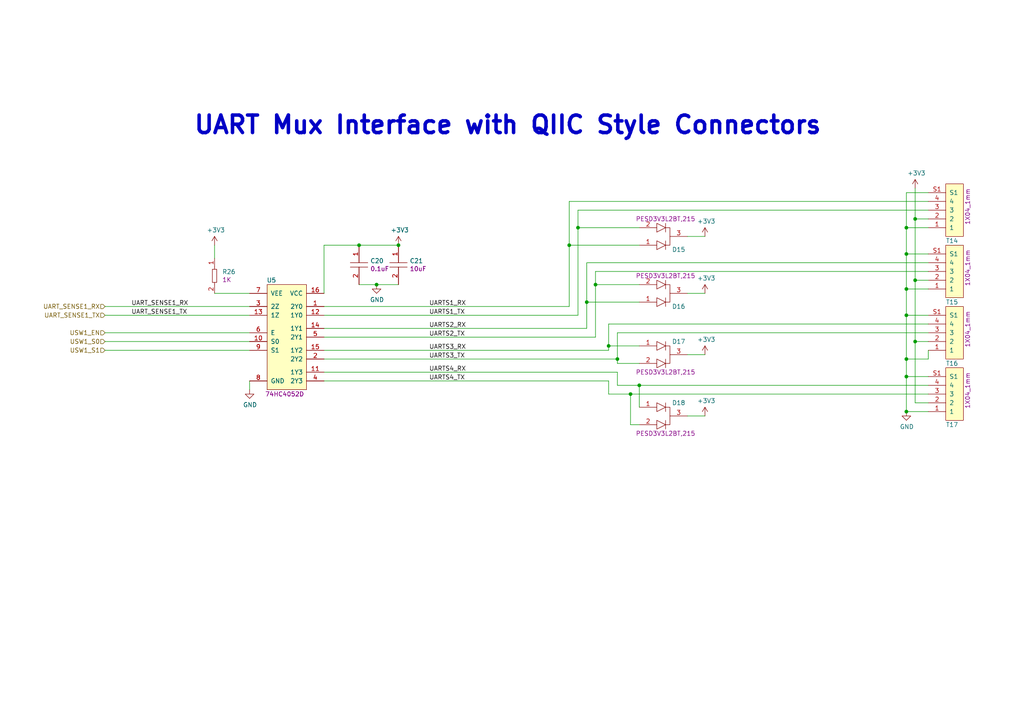
<source format=kicad_sch>
(kicad_sch (version 20231120) (generator "eeschema") (generator_version "8.0")
  (paper "A4")
  (lib_symbols
    (symbol "AVR-KiCAD-Lib-Capacitors:C0402C104K9PACTU" (pin_names (offset 1.016))
      (property "Reference" "C" (at -2.54 2.54 0))
      (property "_Value_" "0.1uF" (at 58.42 63.5 0))
      (symbol "C0402C104K9PACTU_1_1"
        (polyline (pts (xy 0 2.54) (xy 0 -2.54)))
        (polyline (pts (xy 1.27 2.54) (xy 1.27 -2.54)))
        (pin input line (at -5.08 0 0) (length 5.08) (name "~") (number "1"))
        (pin input line (at 6.35 0 180) (length 5.08) (name "~") (number "2"))
      )
    )
    (symbol "AVR-KiCAD-Lib-Capacitors:GRM188R61A106KE69J" (pin_names (offset 1.016))
      (property "Reference" "C" (at -2.54 2.54 0))
      (property "_Value_" "10uF" (at 58.42 63.5 0))
      (symbol "GRM188R61A106KE69J_1_1"
        (polyline (pts (xy 0 2.54) (xy 0 -2.54)))
        (polyline (pts (xy 1.27 2.54) (xy 1.27 -2.54)))
        (pin input line (at -5.08 0 0) (length 5.08) (name "~") (number "1"))
        (pin input line (at 6.35 0 180) (length 5.08) (name "~") (number "2"))
      )
    )
    (symbol "AVR-KiCAD-Lib-Connectors:BM04B-SRSS-TB(LF)(SN)" (pin_names (offset 1.016))
      (property "Reference" "J" (at 0 1.27 0))
      (property "_Value_" "1X04_1mm" (at 6.35 -10.16 90))
      (symbol "BM04B-SRSS-TB(LF)(SN)_0_1"
        (rectangle (start 0 0) (end 5.08 -15.24) (fill (type background)))
      )
      (symbol "BM04B-SRSS-TB(LF)(SN)_1_1"
        (pin passive line (at -5.08 -2.54 0) (length 5.08) (name "1") (number "1"))
        (pin passive line (at -5.08 -5.08 0) (length 5.08) (name "2") (number "2"))
        (pin passive line (at -5.08 -7.62 0) (length 5.08) (name "3") (number "3"))
        (pin passive line (at -5.08 -10.16 0) (length 5.08) (name "4") (number "4"))
        (pin passive line (at -5.08 -12.7 0) (length 5.08) (name "S1") (number "S1"))
      )
    )
    (symbol "AVR-KiCAD-Lib-Diodes:PESD3V3L2BT,215" (pin_names (offset 1.016))
      (property "Reference" "D" (at -2.54 1.27 0))
      (property "_Value_" "PESD3V3L2BT,215" (at 58.42 63.5 0))
      (symbol "PESD3V3L2BT,215_0_1"
        (polyline (pts (xy 1.27 1.27) (xy 1.27 3.81)))
        (polyline (pts (xy -1.27 3.81) (xy -1.27 1.27) (xy 1.27 2.54) (xy -1.27 3.81)))
        (polyline (pts (xy 1.27 2.54) (xy 2.54 2.54) (xy 2.54 -2.54) (xy 1.27 -2.54)))
      )
      (symbol "PESD3V3L2BT,215_1_1"
        (polyline (pts (xy 1.27 -3.81) (xy 1.27 -1.27)))
        (polyline (pts (xy -1.27 -1.27) (xy -1.27 -3.81) (xy 1.27 -2.54) (xy -1.27 -1.27)))
        (pin passive line (at -6.35 2.54 0) (length 5.08) (name "~") (number "1"))
        (pin passive line (at -6.35 -2.54 0) (length 5.08) (name "~") (number "2"))
        (pin passive line (at 7.62 0 180) (length 5.08) (name "~") (number "3"))
      )
    )
    (symbol "AVR-KiCAD-Lib-ICs:74HC4052D" (pin_names (offset 1.016))
      (property "Reference" "U" (at 0 1.27 0))
      (property "_Value_" "74HC4052D" (at 58.42 63.5 0))
      (symbol "74HC4052D_0_1"
        (rectangle (start 0 0) (end 11.43 -30.48) (fill (type background)))
      )
      (symbol "74HC4052D_1_1"
        (pin bidirectional line (at 16.51 -6.35 180) (length 5.08) (name "2Y0") (number "1"))
        (pin passive line (at -5.08 -16.51 0) (length 5.08) (name "S0") (number "10"))
        (pin passive line (at 16.51 -25.4 180) (length 5.08) (name "1Y3") (number "11"))
        (pin bidirectional line (at 16.51 -8.89 180) (length 5.08) (name "1Y0") (number "12"))
        (pin bidirectional line (at -5.08 -8.89 0) (length 5.08) (name "1Z") (number "13"))
        (pin bidirectional line (at 16.51 -12.7 180) (length 5.08) (name "1Y1") (number "14"))
        (pin bidirectional line (at 16.51 -19.05 180) (length 5.08) (name "1Y2") (number "15"))
        (pin passive line (at 16.51 -2.54 180) (length 5.08) (name "VCC") (number "16"))
        (pin passive line (at 16.51 -21.59 180) (length 5.08) (name "2Y2") (number "2"))
        (pin bidirectional line (at -5.08 -6.35 0) (length 5.08) (name "2Z") (number "3"))
        (pin passive line (at 16.51 -27.94 180) (length 5.08) (name "2Y3") (number "4"))
        (pin bidirectional line (at 16.51 -15.24 180) (length 5.08) (name "2Y1") (number "5"))
        (pin passive line (at -5.08 -13.97 0) (length 5.08) (name "E") (number "6"))
        (pin passive line (at -5.08 -2.54 0) (length 5.08) (name "VEE") (number "7"))
        (pin passive line (at -5.08 -27.94 0) (length 5.08) (name "GND") (number "8"))
        (pin passive line (at -5.08 -19.05 0) (length 5.08) (name "S1") (number "9"))
      )
    )
    (symbol "AVR-KiCAD-Lib-Resistors:RC0402FR-071KL" (pin_names (offset 1.016))
      (property "Reference" "R" (at -2.54 2.54 0))
      (property "Value" "RC0402FR-071KL" (at 1.27 5.08 0))
      (property "_Value_" "1K" (at 58.42 63.5 0))
      (symbol "RC0402FR-071KL_0_1"
        (rectangle (start -1.905 0.635) (end 1.905 -0.635))
        (polyline (pts (xy -2.54 0) (xy -1.905 0)))
        (polyline (pts (xy -1.905 0) (xy -1.905 0)))
        (polyline (pts (xy 1.905 0) (xy 1.905 0)))
        (polyline (pts (xy 2.54 0) (xy 1.905 0)))
      )
      (symbol "RC0402FR-071KL_1_1"
        (pin passive line (at -5.08 0 0) (length 2.5146) (name "~") (number "1"))
        (pin passive line (at 5.08 0 180) (length 2.5146) (name "~") (number "2"))
      )
    )
    (symbol "agricoltura-SunLeaf-S1G-rescue:+3V3-power" (power) (pin_names (offset 0))
      (property "Value" "power_+3V3" (at 0 3.556 0))
      (symbol "+3V3-power_0_1"
        (polyline (pts (xy -0.762 1.27) (xy 0 2.54)))
        (polyline (pts (xy 0 0) (xy 0 2.54)))
        (polyline (pts (xy 0 2.54) (xy 0.762 1.27)))
      )
      (symbol "+3V3-power_1_1"
        (pin power_in line (at 0 0 90) (length 0) hide (name "+3V3") (number "1"))
      )
    )
    (symbol "agricoltura-SunLeaf-S1G-rescue:GND-power" (power) (pin_names (offset 0))
      (property "Value" "power_GND" (at 0 -3.81 0))
      (symbol "GND-power_0_1"
        (polyline (pts (xy 0 0) (xy 0 -1.27) (xy 1.27 -1.27) (xy 0 -2.54) (xy -1.27 -1.27) (xy 0 -1.27)))
      )
      (symbol "GND-power_1_1"
        (pin power_in line (at 0 0 270) (length 0) hide (name "GND") (number "1"))
      )
    )
  )
  (junction (at 262.89 83.82))
  (junction (at 176.53 100.33))
  (junction (at 265.43 99.06))
  (junction (at 167.64 66.04))
  (junction (at 115.57 71.12))
  (junction (at 262.89 119.38))
  (junction (at 179.07 104.14))
  (junction (at 262.89 104.14))
  (junction (at 172.72 82.55))
  (junction (at 262.89 73.66))
  (junction (at 262.89 66.04))
  (junction (at 262.89 109.22))
  (junction (at 185.42 111.76))
  (junction (at 104.14 71.12))
  (junction (at 109.22 82.55))
  (junction (at 265.43 81.28))
  (junction (at 262.89 91.44))
  (junction (at 265.43 63.5))
  (junction (at 165.1 71.12))
  (junction (at 182.88 114.3))
  (junction (at 170.18 87.63))
  (wire (pts (xy 72.39 101.6) (xy 30.48 101.6)))
  (wire (pts (xy 265.43 99.06) (xy 265.43 81.28)))
  (wire (pts (xy 269.24 81.28) (xy 265.43 81.28)))
  (wire (pts (xy 199.39 120.65) (xy 204.47 120.65)))
  (wire (pts (xy 269.24 73.66) (xy 262.89 73.66)))
  (wire (pts (xy 167.64 91.44) (xy 93.98 91.44)))
  (wire (pts (xy 269.24 116.84) (xy 265.43 116.84)))
  (wire (pts (xy 170.18 87.63) (xy 170.18 95.25)))
  (wire (pts (xy 72.39 91.44) (xy 30.48 91.44)))
  (wire (pts (xy 179.07 111.76) (xy 185.42 111.76)))
  (wire (pts (xy 262.89 119.38) (xy 269.24 119.38)))
  (wire (pts (xy 179.07 104.14) (xy 179.07 96.52)))
  (wire (pts (xy 262.89 66.04) (xy 262.89 73.66)))
  (wire (pts (xy 185.42 71.12) (xy 165.1 71.12)))
  (wire (pts (xy 93.98 101.6) (xy 176.53 101.6)))
  (wire (pts (xy 62.23 71.12) (xy 62.23 74.93)))
  (wire (pts (xy 115.57 71.12) (xy 104.14 71.12)))
  (wire (pts (xy 179.07 107.95) (xy 179.07 111.76)))
  (wire (pts (xy 269.24 93.98) (xy 176.53 93.98)))
  (wire (pts (xy 262.89 91.44) (xy 262.89 104.14)))
  (wire (pts (xy 109.22 82.55) (xy 115.57 82.55)))
  (wire (pts (xy 269.24 63.5) (xy 265.43 63.5)))
  (wire (pts (xy 93.98 104.14) (xy 179.07 104.14)))
  (wire (pts (xy 179.07 96.52) (xy 269.24 96.52)))
  (wire (pts (xy 269.24 114.3) (xy 182.88 114.3)))
  (wire (pts (xy 176.53 100.33) (xy 176.53 101.6)))
  (wire (pts (xy 185.42 123.19) (xy 182.88 123.19)))
  (wire (pts (xy 165.1 71.12) (xy 165.1 88.9)))
  (wire (pts (xy 185.42 87.63) (xy 170.18 87.63)))
  (wire (pts (xy 182.88 123.19) (xy 182.88 114.3)))
  (wire (pts (xy 269.24 99.06) (xy 265.43 99.06)))
  (wire (pts (xy 269.24 55.88) (xy 262.89 55.88)))
  (wire (pts (xy 262.89 83.82) (xy 262.89 91.44)))
  (wire (pts (xy 172.72 82.55) (xy 172.72 97.79)))
  (wire (pts (xy 269.24 78.74) (xy 172.72 78.74)))
  (wire (pts (xy 172.72 97.79) (xy 93.98 97.79)))
  (wire (pts (xy 269.24 101.6) (xy 269.24 104.14)))
  (wire (pts (xy 185.42 66.04) (xy 167.64 66.04)))
  (wire (pts (xy 172.72 78.74) (xy 172.72 82.55)))
  (wire (pts (xy 199.39 102.87) (xy 204.47 102.87)))
  (wire (pts (xy 262.89 66.04) (xy 269.24 66.04)))
  (wire (pts (xy 199.39 85.09) (xy 204.47 85.09)))
  (wire (pts (xy 167.64 66.04) (xy 167.64 91.44)))
  (wire (pts (xy 262.89 109.22) (xy 262.89 119.38)))
  (wire (pts (xy 269.24 91.44) (xy 262.89 91.44)))
  (wire (pts (xy 165.1 58.42) (xy 165.1 71.12)))
  (wire (pts (xy 165.1 58.42) (xy 269.24 58.42)))
  (wire (pts (xy 170.18 76.2) (xy 269.24 76.2)))
  (wire (pts (xy 185.42 118.11) (xy 185.42 111.76)))
  (wire (pts (xy 176.53 93.98) (xy 176.53 100.33)))
  (wire (pts (xy 165.1 88.9) (xy 93.98 88.9)))
  (wire (pts (xy 265.43 81.28) (xy 265.43 63.5)))
  (wire (pts (xy 185.42 82.55) (xy 172.72 82.55)))
  (wire (pts (xy 262.89 83.82) (xy 269.24 83.82)))
  (wire (pts (xy 185.42 111.76) (xy 269.24 111.76)))
  (wire (pts (xy 176.53 114.3) (xy 176.53 110.49)))
  (wire (pts (xy 262.89 73.66) (xy 262.89 83.82)))
  (wire (pts (xy 93.98 95.25) (xy 170.18 95.25)))
  (wire (pts (xy 179.07 105.41) (xy 179.07 104.14)))
  (wire (pts (xy 72.39 110.49) (xy 72.39 113.03)))
  (wire (pts (xy 185.42 105.41) (xy 179.07 105.41)))
  (wire (pts (xy 167.64 60.96) (xy 269.24 60.96)))
  (wire (pts (xy 62.23 85.09) (xy 72.39 85.09)))
  (wire (pts (xy 269.24 109.22) (xy 262.89 109.22)))
  (wire (pts (xy 262.89 104.14) (xy 262.89 109.22)))
  (wire (pts (xy 93.98 110.49) (xy 176.53 110.49)))
  (wire (pts (xy 265.43 63.5) (xy 265.43 54.61)))
  (wire (pts (xy 170.18 76.2) (xy 170.18 87.63)))
  (wire (pts (xy 262.89 104.14) (xy 269.24 104.14)))
  (wire (pts (xy 199.39 68.58) (xy 204.47 68.58)))
  (wire (pts (xy 72.39 88.9) (xy 30.48 88.9)))
  (wire (pts (xy 265.43 116.84) (xy 265.43 99.06)))
  (wire (pts (xy 104.14 82.55) (xy 109.22 82.55)))
  (wire (pts (xy 262.89 55.88) (xy 262.89 66.04)))
  (wire (pts (xy 72.39 96.52) (xy 30.48 96.52)))
  (wire (pts (xy 93.98 107.95) (xy 179.07 107.95)))
  (wire (pts (xy 182.88 114.3) (xy 176.53 114.3)))
  (wire (pts (xy 104.14 71.12) (xy 93.98 71.12)))
  (wire (pts (xy 30.48 99.06) (xy 72.39 99.06)))
  (wire (pts (xy 167.64 60.96) (xy 167.64 66.04)))
  (wire (pts (xy 93.98 71.12) (xy 93.98 85.09)))
  (wire (pts (xy 185.42 100.33) (xy 176.53 100.33)))
  (text "UART Mux Interface with QIIC Style Connectors" (at 55.88 39.37 0) (effects (font (size 5.08 5.08) (thickness 1.016) (bold yes)) (justify left bottom)))
  (label "UARTS3_TX" (at 124.46 104.14 0))
  (label "UART_SENSE1_RX" (at 38.1 88.9 0))
  (label "UARTS3_RX" (at 124.46 101.6 0))
  (label "UARTS2_TX" (at 124.46 97.79 0))
  (label "UARTS2_RX" (at 124.46 95.25 0))
  (label "UART_SENSE1_TX" (at 38.1 91.44 0))
  (label "UARTS4_TX" (at 124.46 110.49 0))
  (label "UARTS1_RX" (at 124.46 88.9 0))
  (label "UARTS4_RX" (at 124.46 107.95 0))
  (label "UARTS1_TX" (at 124.46 91.44 0))
  (hierarchical_label "UART_SENSE1_RX" (shape input) (at 30.48 88.9 180))
  (hierarchical_label "USW1_EN" (shape input) (at 30.48 96.52 180))
  (hierarchical_label "USW1_S1" (shape input) (at 30.48 101.6 180))
  (hierarchical_label "USW1_S0" (shape input) (at 30.48 99.06 180))
  (hierarchical_label "UART_SENSE1_TX" (shape input) (at 30.48 91.44 180))
  (symbol (lib_id "AVR-KiCAD-Lib-Connectors:BM04B-SRSS-TB(LF)(SN)") (at 274.32 68.58 0) (mirror x) (unit 1)
    (property "Reference" "T?" (at 274.32 69.85 0) (effects (justify left)))
    (property "Value" "BM04B-SRSS-TB(LF)(SN)" (effects (hide yes)))
    (property "Footprint" "AVR-KiCAD-Lib-Connectors:CONN_BM04B-SRSS-TB(LF)(SN)" (effects (hide yes)))
    (property "Datasheet" "http://www.jst-mfg.com/product/pdf/eng/eSH.pdf" (effects (hide yes)))
    (property "Cost QTY: 1" "0.63000" (effects (hide yes)))
    (property "Cost QTY: 1000" "0.28713" (effects (hide yes)))
    (property "Cost QTY: 2500" "*" (effects (hide yes)))
    (property "Cost QTY: 5000" "*" (effects (hide yes)))
    (property "Cost QTY: 10000" "0.24226" (effects (hide yes)))
    (property "MFR" "JST Sales America Inc." (effects (hide yes)))
    (property "MFR#" "BM04B-SRSS-TB(LF)(SN)" (effects (hide yes)))
    (property "Vendor" "Digikey" (effects (hide yes)))
    (property "Vendor #" "455-1790-2-ND" (effects (hide yes)))
    (property "Designer" "AVR" (effects (hide yes)))
    (property "Height" "4.9mm" (effects (hide yes)))
    (property "Date Created" "6/18/2020" (effects (hide yes)))
    (property "Date Modified" "6/18/2020" (effects (hide yes)))
    (property "Lead-Free ?" "Yes" (effects (hide yes)))
    (property "RoHS Levels" "1" (effects (hide yes)))
    (property "Mounting" "SMT" (effects (hide yes)))
    (property "Pin Count #" "4" (effects (hide yes)))
    (property "Status" "Active" (effects (hide yes)))
    (property "Tolerance" "*" (effects (hide yes)))
    (property "Type" "Connector" (effects (hide yes)))
    (property "Voltage" "50V" (effects (hide yes)))
    (property "Package" "*" (effects (hide yes)))
    (property "Description" "Connector Header Surface Mount 4 position 0.039\" (1.00mm)" (effects (hide yes)))
    (property "_Value_" "1X04_1mm" (at 280.67 54.61 90) (effects (justify left)))
    (property "Management_ID" "*" (effects (hide yes)))
    (instances (project "agricoltura-SunLeaf-S1G" (path "" (reference "T14") (unit 1))))
  )
  (symbol (lib_id "AVR-KiCAD-Lib-Connectors:BM04B-SRSS-TB(LF)(SN)") (at 274.32 86.36 0) (mirror x) (unit 1)
    (property "Reference" "T?" (at 274.32 87.63 0) (effects (justify left)))
    (property "Value" "BM04B-SRSS-TB(LF)(SN)" (effects (hide yes)))
    (property "Footprint" "AVR-KiCAD-Lib-Connectors:CONN_BM04B-SRSS-TB(LF)(SN)" (effects (hide yes)))
    (property "Datasheet" "http://www.jst-mfg.com/product/pdf/eng/eSH.pdf" (effects (hide yes)))
    (property "Cost QTY: 1" "0.63000" (effects (hide yes)))
    (property "Cost QTY: 1000" "0.28713" (effects (hide yes)))
    (property "Cost QTY: 2500" "*" (effects (hide yes)))
    (property "Cost QTY: 5000" "*" (effects (hide yes)))
    (property "Cost QTY: 10000" "0.24226" (effects (hide yes)))
    (property "MFR" "JST Sales America Inc." (effects (hide yes)))
    (property "MFR#" "BM04B-SRSS-TB(LF)(SN)" (effects (hide yes)))
    (property "Vendor" "Digikey" (effects (hide yes)))
    (property "Vendor #" "455-1790-2-ND" (effects (hide yes)))
    (property "Designer" "AVR" (effects (hide yes)))
    (property "Height" "4.9mm" (effects (hide yes)))
    (property "Date Created" "6/18/2020" (effects (hide yes)))
    (property "Date Modified" "6/18/2020" (effects (hide yes)))
    (property "Lead-Free ?" "Yes" (effects (hide yes)))
    (property "RoHS Levels" "1" (effects (hide yes)))
    (property "Mounting" "SMT" (effects (hide yes)))
    (property "Pin Count #" "4" (effects (hide yes)))
    (property "Status" "Active" (effects (hide yes)))
    (property "Tolerance" "*" (effects (hide yes)))
    (property "Type" "Connector" (effects (hide yes)))
    (property "Voltage" "50V" (effects (hide yes)))
    (property "Package" "*" (effects (hide yes)))
    (property "Description" "Connector Header Surface Mount 4 position 0.039\" (1.00mm)" (effects (hide yes)))
    (property "_Value_" "1X04_1mm" (at 280.67 72.39 90) (effects (justify left)))
    (property "Management_ID" "*" (effects (hide yes)))
    (instances (project "agricoltura-SunLeaf-S1G" (path "" (reference "T15") (unit 1))))
  )
  (symbol (lib_id "AVR-KiCAD-Lib-Connectors:BM04B-SRSS-TB(LF)(SN)") (at 274.32 104.14 0) (mirror x) (unit 1)
    (property "Reference" "T?" (at 274.32 105.41 0) (effects (justify left)))
    (property "Value" "BM04B-SRSS-TB(LF)(SN)" (effects (hide yes)))
    (property "Footprint" "AVR-KiCAD-Lib-Connectors:CONN_BM04B-SRSS-TB(LF)(SN)" (effects (hide yes)))
    (property "Datasheet" "http://www.jst-mfg.com/product/pdf/eng/eSH.pdf" (effects (hide yes)))
    (property "Cost QTY: 1" "0.63000" (effects (hide yes)))
    (property "Cost QTY: 1000" "0.28713" (effects (hide yes)))
    (property "Cost QTY: 2500" "*" (effects (hide yes)))
    (property "Cost QTY: 5000" "*" (effects (hide yes)))
    (property "Cost QTY: 10000" "0.24226" (effects (hide yes)))
    (property "MFR" "JST Sales America Inc." (effects (hide yes)))
    (property "MFR#" "BM04B-SRSS-TB(LF)(SN)" (effects (hide yes)))
    (property "Vendor" "Digikey" (effects (hide yes)))
    (property "Vendor #" "455-1790-2-ND" (effects (hide yes)))
    (property "Designer" "AVR" (effects (hide yes)))
    (property "Height" "4.9mm" (effects (hide yes)))
    (property "Date Created" "6/18/2020" (effects (hide yes)))
    (property "Date Modified" "6/18/2020" (effects (hide yes)))
    (property "Lead-Free ?" "Yes" (effects (hide yes)))
    (property "RoHS Levels" "1" (effects (hide yes)))
    (property "Mounting" "SMT" (effects (hide yes)))
    (property "Pin Count #" "4" (effects (hide yes)))
    (property "Status" "Active" (effects (hide yes)))
    (property "Tolerance" "*" (effects (hide yes)))
    (property "Type" "Connector" (effects (hide yes)))
    (property "Voltage" "50V" (effects (hide yes)))
    (property "Package" "*" (effects (hide yes)))
    (property "Description" "Connector Header Surface Mount 4 position 0.039\" (1.00mm)" (effects (hide yes)))
    (property "_Value_" "1X04_1mm" (at 280.67 90.17 90) (effects (justify left)))
    (property "Management_ID" "*" (effects (hide yes)))
    (instances (project "agricoltura-SunLeaf-S1G" (path "" (reference "T16") (unit 1))))
  )
  (symbol (lib_id "AVR-KiCAD-Lib-Connectors:BM04B-SRSS-TB(LF)(SN)") (at 274.32 121.92 0) (mirror x) (unit 1)
    (property "Reference" "T?" (at 274.32 123.19 0) (effects (justify left)))
    (property "Value" "BM04B-SRSS-TB(LF)(SN)" (effects (hide yes)))
    (property "Footprint" "AVR-KiCAD-Lib-Connectors:CONN_BM04B-SRSS-TB(LF)(SN)" (effects (hide yes)))
    (property "Datasheet" "http://www.jst-mfg.com/product/pdf/eng/eSH.pdf" (effects (hide yes)))
    (property "Cost QTY: 1" "0.63000" (effects (hide yes)))
    (property "Cost QTY: 1000" "0.28713" (effects (hide yes)))
    (property "Cost QTY: 2500" "*" (effects (hide yes)))
    (property "Cost QTY: 5000" "*" (effects (hide yes)))
    (property "Cost QTY: 10000" "0.24226" (effects (hide yes)))
    (property "MFR" "JST Sales America Inc." (effects (hide yes)))
    (property "MFR#" "BM04B-SRSS-TB(LF)(SN)" (effects (hide yes)))
    (property "Vendor" "Digikey" (effects (hide yes)))
    (property "Vendor #" "455-1790-2-ND" (effects (hide yes)))
    (property "Designer" "AVR" (effects (hide yes)))
    (property "Height" "4.9mm" (effects (hide yes)))
    (property "Date Created" "6/18/2020" (effects (hide yes)))
    (property "Date Modified" "6/18/2020" (effects (hide yes)))
    (property "Lead-Free ?" "Yes" (effects (hide yes)))
    (property "RoHS Levels" "1" (effects (hide yes)))
    (property "Mounting" "SMT" (effects (hide yes)))
    (property "Pin Count #" "4" (effects (hide yes)))
    (property "Status" "Active" (effects (hide yes)))
    (property "Tolerance" "*" (effects (hide yes)))
    (property "Type" "Connector" (effects (hide yes)))
    (property "Voltage" "50V" (effects (hide yes)))
    (property "Package" "*" (effects (hide yes)))
    (property "Description" "Connector Header Surface Mount 4 position 0.039\" (1.00mm)" (effects (hide yes)))
    (property "_Value_" "1X04_1mm" (at 280.67 107.95 90) (effects (justify left)))
    (property "Management_ID" "*" (effects (hide yes)))
    (instances (project "agricoltura-SunLeaf-S1G" (path "" (reference "T17") (unit 1))))
  )
  (symbol (lib_id "AVR-KiCAD-Lib-ICs:74HC4052D") (at 77.47 82.55 0) (unit 1)
    (property "Reference" "U5" (at 78.74 81.28 0))
    (property "Value" "74HC4052D" (effects (hide yes)))
    (property "Footprint" "AVR-KiCAD-Lib-ICs:74HC4052D" (effects (hide yes)))
    (property "Datasheet" "http://toshiba.semicon-storage.com/info/docget.jsp?did=37237&prodName=74HC4051D" (effects (hide yes)))
    (property "Cost QTY: 1" "0.44000" (effects (hide yes)))
    (property "Cost QTY: 1000" "0.13680" (effects (hide yes)))
    (property "Cost QTY: 2500" "0.12540" (effects (hide yes)))
    (property "Cost QTY: 5000" "0.11780" (effects (hide yes)))
    (property "Cost QTY: 10000" "*" (effects (hide yes)))
    (property "MFR" "Toshiba Semiconductor and Storage" (effects (hide yes)))
    (property "MFR#" "74HC4052D" (effects (hide yes)))
    (property "Vendor" "Digikey" (effects (hide yes)))
    (property "Vendor #" "74HC4052DCT-ND" (effects (hide yes)))
    (property "Designer" "AVR" (effects (hide yes)))
    (property "Height" "1.75mm" (effects (hide yes)))
    (property "Date Created" "6/15/2020" (effects (hide yes)))
    (property "Date Modified" "6/15/2020" (effects (hide yes)))
    (property "Lead-Free ?" "Yes" (effects (hide yes)))
    (property "RoHS Levels" "1" (effects (hide yes)))
    (property "Mounting" "SMT" (effects (hide yes)))
    (property "Pin Count #" "16" (effects (hide yes)))
    (property "Status" "Active" (effects (hide yes)))
    (property "Tolerance" "*" (effects (hide yes)))
    (property "Type" "74 MUX" (effects (hide yes)))
    (property "Voltage" "2V ~ 6V" (effects (hide yes)))
    (property "Package" "16-SOIC" (effects (hide yes)))
    (property "Description" "2 Circuit IC Switch 4:1 130Ohm 16-SOIC" (effects (hide yes)))
    (property "_Value_" "74HC4052D" (at 82.55 114.3 0))
    (property "Management_ID" "*" (effects (hide yes)))
  )
  (symbol (lib_id "AVR-KiCAD-Lib-Resistors:RC0402FR-071KL") (at 62.23 80.01 270) (unit 1)
    (property "Reference" "R?" (at 64.4398 78.8416 90) (effects (justify left)))
    (property "Value" "RC0402FR-071KL" (effects (hide yes)))
    (property "Footprint" "AVR-KiCAD-Lib-Resistors:R0402" (effects (hide yes)))
    (property "Datasheet" "https://www.yageo.com/upload/media/product/productsearch/datasheet/rchip/PYu-RC_Group_51_RoHS_L_10.pdf" (effects (hide yes)))
    (property "Cost QTY: 1" "0.10000" (effects (hide yes)))
    (property "Cost QTY: 1000" "0.00289" (effects (hide yes)))
    (property "Cost QTY: 2500" "0.00251" (effects (hide yes)))
    (property "Cost QTY: 5000" "0.00207" (effects (hide yes)))
    (property "Cost QTY: 10000" "0.00163" (effects (hide yes)))
    (property "MFR" "Yageo" (effects (hide yes)))
    (property "MFR#" "RC0402FR-071KL" (effects (hide yes)))
    (property "Vendor" "Digikey" (effects (hide yes)))
    (property "Vendor #" "311-1.00KLRTR-ND" (effects (hide yes)))
    (property "Designer" "AVR" (effects (hide yes)))
    (property "Height" "0.4mm" (effects (hide yes)))
    (property "Date Created" "12/11/2019" (effects (hide yes)))
    (property "Date Modified" "12/11/2019" (effects (hide yes)))
    (property "Lead-Free ?" "Yes" (effects (hide yes)))
    (property "RoHS Levels" "1" (effects (hide yes)))
    (property "Mounting" "SMT" (effects (hide yes)))
    (property "Pin Count #" "2" (effects (hide yes)))
    (property "Status" "Active" (effects (hide yes)))
    (property "Tolerance" "1%" (effects (hide yes)))
    (property "Type" "Thick Film Resistor" (effects (hide yes)))
    (property "Voltage" "*" (effects (hide yes)))
    (property "Package" "0402" (effects (hide yes)))
    (property "_Value_" "1K" (at 64.4398 81.153 90) (effects (justify left)))
    (property "Management_ID" "*" (effects (hide yes)))
    (property "Description" " kOhms ±1% 0.063W, 1/16W Chip Resistor 0402 (1005 Metric) Moisture Resistant Thick Film" (effects (hide yes)))
    (instances (project "agricoltura-SunLeaf-S1G" (path "" (reference "R26") (unit 1))))
  )
  (symbol (lib_id "agricoltura-SunLeaf-S1G-rescue:+3V3-power") (at 62.23 71.12 0) (unit 1)
    (property "Reference" "#PWR?" (effects (hide yes)))
    (property "Value" "+3V3" (at 62.611 66.7258 0))
    (instances (project "agricoltura-SunLeaf-S1G" (path "" (reference "#PWR033") (unit 1)) (path "" (reference "#PWR033") (unit 1))))
  )
  (symbol (lib_id "agricoltura-SunLeaf-S1G-rescue:GND-power") (at 262.89 119.38 0) (unit 1)
    (property "Reference" "#PWR037" (effects (hide yes)))
    (property "Value" "GND" (at 263.017 123.7742 0))
  )
  (symbol (lib_id "AVR-KiCAD-Lib-Capacitors:C0402C104K9PACTU") (at 104.14 76.2 270) (unit 1)
    (property "Reference" "C?" (at 107.3912 75.6666 90) (effects (justify left)))
    (property "Value" "C0402C104K9PACTU" (effects (hide yes)))
    (property "Footprint" "AVR-KiCAD-Lib-Resistors:R0402" (effects (hide yes)))
    (property "Datasheet" "https://content.kemet.com/datasheets/KEM_C1006_X5R_SMD.pdf" (effects (hide yes)))
    (property "Cost QTY: 1" "0.10000" (effects (hide yes)))
    (property "Cost QTY: 1000" "0.01139" (effects (hide yes)))
    (property "Cost QTY: 2500" "0.01035" (effects (hide yes)))
    (property "Cost QTY: 5000" "0.00952" (effects (hide yes)))
    (property "Cost QTY: 10000" "0.00756" (effects (hide yes)))
    (property "MFR" "KEMET" (effects (hide yes)))
    (property "MFR#" "C0402C104K9PACTU" (effects (hide yes)))
    (property "Vendor" "Digikey" (effects (hide yes)))
    (property "Vendor #" "399-3026-6-ND" (effects (hide yes)))
    (property "Designer" "AVR" (effects (hide yes)))
    (property "Height" "0.55mm" (effects (hide yes)))
    (property "Date Created" "12/7/2019" (effects (hide yes)))
    (property "Date Modified" "12/7/2019" (effects (hide yes)))
    (property "Lead-Free ?" "Yes" (effects (hide yes)))
    (property "RoHS Levels" "1" (effects (hide yes)))
    (property "Mounting" "SMT" (effects (hide yes)))
    (property "Pin Count #" "2" (effects (hide yes)))
    (property "Status" "Active" (effects (hide yes)))
    (property "Tolerance" "10%" (effects (hide yes)))
    (property "Type" "Ceramic Cap" (effects (hide yes)))
    (property "Voltage" "6.3V" (effects (hide yes)))
    (property "Package" "0402" (effects (hide yes)))
    (property "Description" "0.1µF ±10% 6.3V Ceramic Capacitor X5R 0402 (1005 Metric)" (effects (hide yes)))
    (property "_Value_" "0.1uF" (at 107.3912 77.978 90) (effects (justify left)))
    (property "Management_ID" "*" (effects (hide yes)))
    (instances (project "agricoltura-SunLeaf-S1G" (path "" (reference "C20") (unit 1))))
  )
  (symbol (lib_id "AVR-KiCAD-Lib-Capacitors:GRM188R61A106KE69J") (at 115.57 76.2 270) (unit 1)
    (property "Reference" "C?" (at 118.8212 75.6666 90) (effects (justify left)))
    (property "Value" "GRM188R61A106KE69J" (effects (hide yes)))
    (property "Footprint" "AVR-KiCAD-Lib-Capacitors:C0603" (effects (hide yes)))
    (property "Datasheet" "https://search.murata.co.jp/Ceramy/image/img/A01X/G101/ENG/GRM188R61A106KE69-01.pdf" (effects (hide yes)))
    (property "Cost QTY: 1" "0.18000" (effects (hide yes)))
    (property "Cost QTY: 1000" "0.03841" (effects (hide yes)))
    (property "Cost QTY: 2500" "0.03674" (effects (hide yes)))
    (property "Cost QTY: 5000" "0.03340" (effects (hide yes)))
    (property "Cost QTY: 10000" "0.02640" (effects (hide yes)))
    (property "MFR" "Murata Electronics" (effects (hide yes)))
    (property "MFR#" "GRM188R61A106KE69J" (effects (hide yes)))
    (property "Vendor" "Digikey" (effects (hide yes)))
    (property "Vendor #" "490-14372-2-ND" (effects (hide yes)))
    (property "Designer" "AVR" (effects (hide yes)))
    (property "Height" "0.95mm" (effects (hide yes)))
    (property "Date Created" "2/28/2020" (effects (hide yes)))
    (property "Date Modified" "2/28/2020" (effects (hide yes)))
    (property "Lead-Free ?" "Yes" (effects (hide yes)))
    (property "RoHS Levels" "1" (effects (hide yes)))
    (property "Mounting" "SMT" (effects (hide yes)))
    (property "Pin Count #" "2" (effects (hide yes)))
    (property "Status" "Active" (effects (hide yes)))
    (property "Tolerance" "10%" (effects (hide yes)))
    (property "Type" "Ceramic Cap" (effects (hide yes)))
    (property "Voltage" "10V" (effects (hide yes)))
    (property "Package" "0603" (effects (hide yes)))
    (property "Description" "10µF ±10% 10V Ceramic Capacitor X5R 0603 (1608 Metric)" (effects (hide yes)))
    (property "_Value_" "10uF" (at 118.8212 77.978 90) (effects (justify left)))
    (property "Management_ID" "*" (effects (hide yes)))
    (instances (project "agricoltura-SunLeaf-S1G" (path "" (reference "C21") (unit 1))))
  )
  (symbol (lib_id "agricoltura-SunLeaf-S1G-rescue:+3V3-power") (at 115.57 71.12 0) (unit 1)
    (property "Reference" "#PWR?" (effects (hide yes)))
    (property "Value" "+3V3" (at 115.951 66.7258 0))
    (instances (project "agricoltura-SunLeaf-S1G" (path "" (reference "#PWR036") (unit 1)) (path "" (reference "#PWR036") (unit 1))))
  )
  (symbol (lib_id "agricoltura-SunLeaf-S1G-rescue:GND-power") (at 109.22 82.55 0) (unit 1)
    (property "Reference" "#PWR?" (effects (hide yes)))
    (property "Value" "GND" (at 109.347 86.9442 0))
    (instances (project "agricoltura-SunLeaf-S1G" (path "" (reference "#PWR035") (unit 1))))
  )
  (symbol (lib_id "agricoltura-SunLeaf-S1G-rescue:GND-power") (at 72.39 113.03 0) (unit 1)
    (property "Reference" "#PWR034" (effects (hide yes)))
    (property "Value" "GND" (at 72.517 117.4242 0))
  )
  (symbol (lib_id "agricoltura-SunLeaf-S1G-rescue:+3V3-power") (at 265.43 54.61 0) (unit 1)
    (property "Reference" "#PWR?" (effects (hide yes)))
    (property "Value" "+3V3" (at 265.811 50.2158 0))
    (instances (project "agricoltura-SunLeaf-S1G" (path "" (reference "#PWR038") (unit 1)) (path "" (reference "#PWR038") (unit 1))))
  )
  (symbol (lib_id "agricoltura-SunLeaf-S1G-rescue:+3V3-power") (at 204.47 68.58 0) (unit 1)
    (property "Reference" "#PWR?" (effects (hide yes)))
    (property "Value" "+3V3" (at 204.851 64.1858 0))
    (instances (project "agricoltura-SunLeaf-S1G" (path "" (reference "#PWR0117") (unit 1)) (path "" (reference "#PWR?") (unit 1)) (path "" (reference "#PWR0117") (unit 1))))
  )
  (symbol (lib_id "AVR-KiCAD-Lib-Diodes:PESD3V3L2BT,215") (at 191.77 68.58 0) (mirror x) (unit 1)
    (property "Reference" "D15" (at 196.85 72.39 0))
    (property "Value" "PESD3V3L2BT,215" (effects (hide yes)))
    (property "Footprint" "AVR-KiCAD-Lib-Diodes:SOT-23" (effects (hide yes)))
    (property "Datasheet" "https://assets.nexperia.com/documents/data-sheet/PESDXL2BT_SER.pdf" (effects (hide yes)))
    (property "Cost QTY: 1" "0.45000" (effects (hide yes)))
    (property "Cost QTY: 1000" "0.13260" (effects (hide yes)))
    (property "Cost QTY: 2500" "*" (effects (hide yes)))
    (property "Cost QTY: 5000" "*" (effects (hide yes)))
    (property "Cost QTY: 10000" "*" (effects (hide yes)))
    (property "MFR" "Nexperia USA Inc." (effects (hide yes)))
    (property "MFR#" "PESD3V3L2BT,215" (effects (hide yes)))
    (property "Vendor" "Digikey" (effects (hide yes)))
    (property "Vendor #" "1727-3826-1-ND" (effects (hide yes)))
    (property "Designer" "AVR" (effects (hide yes)))
    (property "Height" "1.1mm" (effects (hide yes)))
    (property "Date Created" "6/15/2020" (effects (hide yes)))
    (property "Date Modified" "6/15/2020" (effects (hide yes)))
    (property "Lead-Free ?" "Yes" (effects (hide yes)))
    (property "RoHS Levels" "1" (effects (hide yes)))
    (property "Mounting" "SMT" (effects (hide yes)))
    (property "Pin Count #" "3" (effects (hide yes)))
    (property "Status" "Active" (effects (hide yes)))
    (property "Tolerance" "*" (effects (hide yes)))
    (property "Type" "TVS" (effects (hide yes)))
    (property "Voltage" "*" (effects (hide yes)))
    (property "Package" " SOT-23-3" (effects (hide yes)))
    (property "Description" "26V Clamp 15A (8/20µs) Ipp Tvs Diode Surface Mount TO-236AB" (effects (hide yes)))
    (property "_Value_" "PESD3V3L2BT,215" (at 193.04 63.5 0))
    (property "Management_ID" "*" (effects (hide yes)))
    (instances (project "agricoltura-SunLeaf-S1G" (path "" (reference "D15") (unit 1)) (path "" (reference "D?") (unit 1))))
  )
  (symbol (lib_id "agricoltura-SunLeaf-S1G-rescue:+3V3-power") (at 204.47 85.09 0) (unit 1)
    (property "Reference" "#PWR?" (effects (hide yes)))
    (property "Value" "+3V3" (at 204.851 80.6958 0))
    (instances (project "agricoltura-SunLeaf-S1G" (path "" (reference "#PWR0118") (unit 1)) (path "" (reference "#PWR?") (unit 1)) (path "" (reference "#PWR0118") (unit 1))))
  )
  (symbol (lib_id "AVR-KiCAD-Lib-Diodes:PESD3V3L2BT,215") (at 191.77 85.09 0) (mirror x) (unit 1)
    (property "Reference" "D16" (at 196.85 88.9 0))
    (property "Value" "PESD3V3L2BT,215" (effects (hide yes)))
    (property "Footprint" "AVR-KiCAD-Lib-Diodes:SOT-23" (effects (hide yes)))
    (property "Datasheet" "https://assets.nexperia.com/documents/data-sheet/PESDXL2BT_SER.pdf" (effects (hide yes)))
    (property "Cost QTY: 1" "0.45000" (effects (hide yes)))
    (property "Cost QTY: 1000" "0.13260" (effects (hide yes)))
    (property "Cost QTY: 2500" "*" (effects (hide yes)))
    (property "Cost QTY: 5000" "*" (effects (hide yes)))
    (property "Cost QTY: 10000" "*" (effects (hide yes)))
    (property "MFR" "Nexperia USA Inc." (effects (hide yes)))
    (property "MFR#" "PESD3V3L2BT,215" (effects (hide yes)))
    (property "Vendor" "Digikey" (effects (hide yes)))
    (property "Vendor #" "1727-3826-1-ND" (effects (hide yes)))
    (property "Designer" "AVR" (effects (hide yes)))
    (property "Height" "1.1mm" (effects (hide yes)))
    (property "Date Created" "6/15/2020" (effects (hide yes)))
    (property "Date Modified" "6/15/2020" (effects (hide yes)))
    (property "Lead-Free ?" "Yes" (effects (hide yes)))
    (property "RoHS Levels" "1" (effects (hide yes)))
    (property "Mounting" "SMT" (effects (hide yes)))
    (property "Pin Count #" "3" (effects (hide yes)))
    (property "Status" "Active" (effects (hide yes)))
    (property "Tolerance" "*" (effects (hide yes)))
    (property "Type" "TVS" (effects (hide yes)))
    (property "Voltage" "*" (effects (hide yes)))
    (property "Package" " SOT-23-3" (effects (hide yes)))
    (property "Description" "26V Clamp 15A (8/20µs) Ipp Tvs Diode Surface Mount TO-236AB" (effects (hide yes)))
    (property "_Value_" "PESD3V3L2BT,215" (at 193.04 80.01 0))
    (property "Management_ID" "*" (effects (hide yes)))
    (instances (project "agricoltura-SunLeaf-S1G" (path "" (reference "D16") (unit 1)) (path "" (reference "D?") (unit 1))))
  )
  (symbol (lib_id "agricoltura-SunLeaf-S1G-rescue:+3V3-power") (at 204.47 102.87 0) (unit 1)
    (property "Reference" "#PWR?" (effects (hide yes)))
    (property "Value" "+3V3" (at 204.851 98.4758 0))
    (instances (project "agricoltura-SunLeaf-S1G" (path "" (reference "#PWR0119") (unit 1)) (path "" (reference "#PWR?") (unit 1)) (path "" (reference "#PWR0119") (unit 1))))
  )
  (symbol (lib_id "AVR-KiCAD-Lib-Diodes:PESD3V3L2BT,215") (at 191.77 102.87 0) (unit 1)
    (property "Reference" "D17" (at 196.85 99.06 0))
    (property "Value" "PESD3V3L2BT,215" (effects (hide yes)))
    (property "Footprint" "AVR-KiCAD-Lib-Diodes:SOT-23" (effects (hide yes)))
    (property "Datasheet" "https://assets.nexperia.com/documents/data-sheet/PESDXL2BT_SER.pdf" (effects (hide yes)))
    (property "Cost QTY: 1" "0.45000" (effects (hide yes)))
    (property "Cost QTY: 1000" "0.13260" (effects (hide yes)))
    (property "Cost QTY: 2500" "*" (effects (hide yes)))
    (property "Cost QTY: 5000" "*" (effects (hide yes)))
    (property "Cost QTY: 10000" "*" (effects (hide yes)))
    (property "MFR" "Nexperia USA Inc." (effects (hide yes)))
    (property "MFR#" "PESD3V3L2BT,215" (effects (hide yes)))
    (property "Vendor" "Digikey" (effects (hide yes)))
    (property "Vendor #" "1727-3826-1-ND" (effects (hide yes)))
    (property "Designer" "AVR" (effects (hide yes)))
    (property "Height" "1.1mm" (effects (hide yes)))
    (property "Date Created" "6/15/2020" (effects (hide yes)))
    (property "Date Modified" "6/15/2020" (effects (hide yes)))
    (property "Lead-Free ?" "Yes" (effects (hide yes)))
    (property "RoHS Levels" "1" (effects (hide yes)))
    (property "Mounting" "SMT" (effects (hide yes)))
    (property "Pin Count #" "3" (effects (hide yes)))
    (property "Status" "Active" (effects (hide yes)))
    (property "Tolerance" "*" (effects (hide yes)))
    (property "Type" "TVS" (effects (hide yes)))
    (property "Voltage" "*" (effects (hide yes)))
    (property "Package" " SOT-23-3" (effects (hide yes)))
    (property "Description" "26V Clamp 15A (8/20µs) Ipp Tvs Diode Surface Mount TO-236AB" (effects (hide yes)))
    (property "_Value_" "PESD3V3L2BT,215" (at 193.04 107.95 0))
    (property "Management_ID" "*" (effects (hide yes)))
    (instances (project "agricoltura-SunLeaf-S1G" (path "" (reference "D17") (unit 1)) (path "" (reference "D?") (unit 1))))
  )
  (symbol (lib_id "agricoltura-SunLeaf-S1G-rescue:+3V3-power") (at 204.47 120.65 0) (unit 1)
    (property "Reference" "#PWR?" (effects (hide yes)))
    (property "Value" "+3V3" (at 204.851 116.2558 0))
    (instances (project "agricoltura-SunLeaf-S1G" (path "" (reference "#PWR0120") (unit 1)) (path "" (reference "#PWR?") (unit 1)) (path "" (reference "#PWR0120") (unit 1))))
  )
  (symbol (lib_id "AVR-KiCAD-Lib-Diodes:PESD3V3L2BT,215") (at 191.77 120.65 0) (unit 1)
    (property "Reference" "D18" (at 196.85 116.84 0))
    (property "Value" "PESD3V3L2BT,215" (effects (hide yes)))
    (property "Footprint" "AVR-KiCAD-Lib-Diodes:SOT-23" (effects (hide yes)))
    (property "Datasheet" "https://assets.nexperia.com/documents/data-sheet/PESDXL2BT_SER.pdf" (effects (hide yes)))
    (property "Cost QTY: 1" "0.45000" (effects (hide yes)))
    (property "Cost QTY: 1000" "0.13260" (effects (hide yes)))
    (property "Cost QTY: 2500" "*" (effects (hide yes)))
    (property "Cost QTY: 5000" "*" (effects (hide yes)))
    (property "Cost QTY: 10000" "*" (effects (hide yes)))
    (property "MFR" "Nexperia USA Inc." (effects (hide yes)))
    (property "MFR#" "PESD3V3L2BT,215" (effects (hide yes)))
    (property "Vendor" "Digikey" (effects (hide yes)))
    (property "Vendor #" "1727-3826-1-ND" (effects (hide yes)))
    (property "Designer" "AVR" (effects (hide yes)))
    (property "Height" "1.1mm" (effects (hide yes)))
    (property "Date Created" "6/15/2020" (effects (hide yes)))
    (property "Date Modified" "6/15/2020" (effects (hide yes)))
    (property "Lead-Free ?" "Yes" (effects (hide yes)))
    (property "RoHS Levels" "1" (effects (hide yes)))
    (property "Mounting" "SMT" (effects (hide yes)))
    (property "Pin Count #" "3" (effects (hide yes)))
    (property "Status" "Active" (effects (hide yes)))
    (property "Tolerance" "*" (effects (hide yes)))
    (property "Type" "TVS" (effects (hide yes)))
    (property "Voltage" "*" (effects (hide yes)))
    (property "Package" " SOT-23-3" (effects (hide yes)))
    (property "Description" "26V Clamp 15A (8/20µs) Ipp Tvs Diode Surface Mount TO-236AB" (effects (hide yes)))
    (property "_Value_" "PESD3V3L2BT,215" (at 193.04 125.73 0))
    (property "Management_ID" "*" (effects (hide yes)))
    (instances (project "agricoltura-SunLeaf-S1G" (path "" (reference "D18") (unit 1)) (path "" (reference "D?") (unit 1))))
  )
)
</source>
